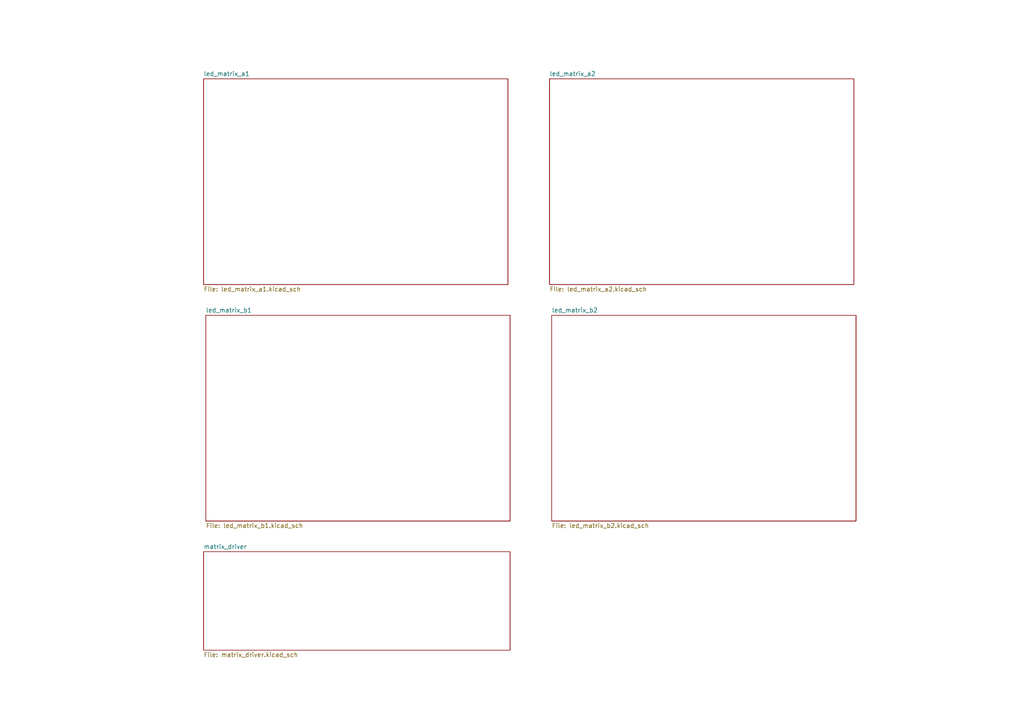
<source format=kicad_sch>
(kicad_sch
	(version 20250114)
	(generator "eeschema")
	(generator_version "9.0")
	(uuid "9c7e9324-2b76-44c1-9f0e-b92eb5faec31")
	(paper "A4")
	(lib_symbols)
	(sheet
		(at 59.055 160.02)
		(size 88.9 28.575)
		(exclude_from_sim no)
		(in_bom yes)
		(on_board yes)
		(dnp no)
		(fields_autoplaced yes)
		(stroke
			(width 0.1524)
			(type solid)
		)
		(fill
			(color 0 0 0 0.0000)
		)
		(uuid "0cb4e34c-3379-4b13-896f-77e05643736b")
		(property "Sheetname" "matrix_driver"
			(at 59.055 159.3084 0)
			(effects
				(font
					(size 1.27 1.27)
				)
				(justify left bottom)
			)
		)
		(property "Sheetfile" "matrix_driver.kicad_sch"
			(at 59.055 189.1796 0)
			(effects
				(font
					(size 1.27 1.27)
				)
				(justify left top)
			)
		)
		(instances
			(project "rgb-plate"
				(path "/9c7e9324-2b76-44c1-9f0e-b92eb5faec31"
					(page "2")
				)
			)
		)
	)
	(sheet
		(at 59.055 22.86)
		(size 88.265 59.69)
		(exclude_from_sim no)
		(in_bom yes)
		(on_board yes)
		(dnp no)
		(fields_autoplaced yes)
		(stroke
			(width 0.1524)
			(type solid)
		)
		(fill
			(color 0 0 0 0.0000)
		)
		(uuid "306c944d-fb7f-45f3-afb8-ce3215d50bb1")
		(property "Sheetname" "led_matrix_a1"
			(at 59.055 22.1484 0)
			(effects
				(font
					(size 1.27 1.27)
				)
				(justify left bottom)
			)
		)
		(property "Sheetfile" "led_matrix_a1.kicad_sch"
			(at 59.055 83.1346 0)
			(effects
				(font
					(size 1.27 1.27)
				)
				(justify left top)
			)
		)
		(instances
			(project "rgb-plate"
				(path "/9c7e9324-2b76-44c1-9f0e-b92eb5faec31"
					(page "3")
				)
			)
		)
	)
	(sheet
		(at 160.02 91.44)
		(size 88.265 59.69)
		(exclude_from_sim no)
		(in_bom yes)
		(on_board yes)
		(dnp no)
		(fields_autoplaced yes)
		(stroke
			(width 0.1524)
			(type solid)
		)
		(fill
			(color 0 0 0 0.0000)
		)
		(uuid "4dbc9e53-f2f9-4273-9a04-31deaf8f37ca")
		(property "Sheetname" "led_matrix_b2"
			(at 160.02 90.7284 0)
			(effects
				(font
					(size 1.27 1.27)
				)
				(justify left bottom)
			)
		)
		(property "Sheetfile" "led_matrix_b2.kicad_sch"
			(at 160.02 151.7146 0)
			(effects
				(font
					(size 1.27 1.27)
				)
				(justify left top)
			)
		)
		(instances
			(project "rgb-plate"
				(path "/9c7e9324-2b76-44c1-9f0e-b92eb5faec31"
					(page "6")
				)
			)
		)
	)
	(sheet
		(at 159.385 22.86)
		(size 88.265 59.69)
		(exclude_from_sim no)
		(in_bom yes)
		(on_board yes)
		(dnp no)
		(fields_autoplaced yes)
		(stroke
			(width 0.1524)
			(type solid)
		)
		(fill
			(color 0 0 0 0.0000)
		)
		(uuid "6ed336c8-1751-4cd1-9ff2-283a681880c4")
		(property "Sheetname" "led_matrix_a2"
			(at 159.385 22.1484 0)
			(effects
				(font
					(size 1.27 1.27)
				)
				(justify left bottom)
			)
		)
		(property "Sheetfile" "led_matrix_a2.kicad_sch"
			(at 159.385 83.1346 0)
			(effects
				(font
					(size 1.27 1.27)
				)
				(justify left top)
			)
		)
		(instances
			(project "rgb-plate"
				(path "/9c7e9324-2b76-44c1-9f0e-b92eb5faec31"
					(page "4")
				)
			)
		)
	)
	(sheet
		(at 59.69 91.44)
		(size 88.265 59.69)
		(exclude_from_sim no)
		(in_bom yes)
		(on_board yes)
		(dnp no)
		(fields_autoplaced yes)
		(stroke
			(width 0.1524)
			(type solid)
		)
		(fill
			(color 0 0 0 0.0000)
		)
		(uuid "81b258f8-1eef-42c6-9505-f06c91c8c2fb")
		(property "Sheetname" "led_matrix_b1"
			(at 59.69 90.7284 0)
			(effects
				(font
					(size 1.27 1.27)
				)
				(justify left bottom)
			)
		)
		(property "Sheetfile" "led_matrix_b1.kicad_sch"
			(at 59.69 151.7146 0)
			(effects
				(font
					(size 1.27 1.27)
				)
				(justify left top)
			)
		)
		(instances
			(project "rgb-plate"
				(path "/9c7e9324-2b76-44c1-9f0e-b92eb5faec31"
					(page "5")
				)
			)
		)
	)
	(sheet_instances
		(path "/"
			(page "1")
		)
	)
	(embedded_fonts no)
)

</source>
